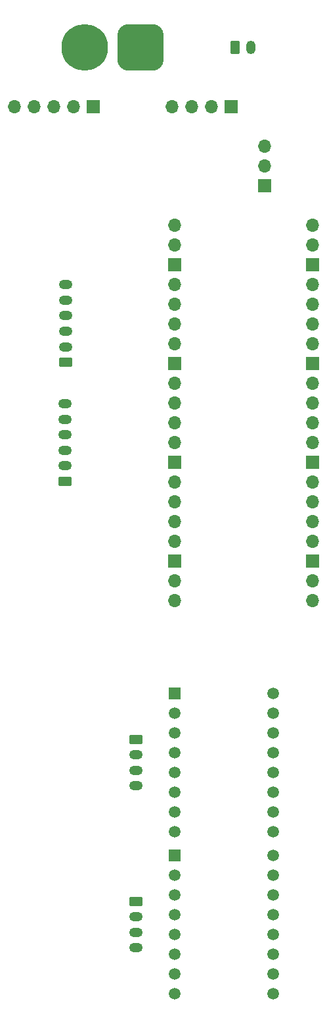
<source format=gbr>
%TF.GenerationSoftware,KiCad,Pcbnew,(6.0.11)*%
%TF.CreationDate,2023-04-04T20:38:18-04:00*%
%TF.ProjectId,ProtogenBackpackPCB,50726f74-6f67-4656-9e42-61636b706163,rev?*%
%TF.SameCoordinates,Original*%
%TF.FileFunction,Soldermask,Bot*%
%TF.FilePolarity,Negative*%
%FSLAX46Y46*%
G04 Gerber Fmt 4.6, Leading zero omitted, Abs format (unit mm)*
G04 Created by KiCad (PCBNEW (6.0.11)) date 2023-04-04 20:38:18*
%MOMM*%
%LPD*%
G01*
G04 APERTURE LIST*
G04 Aperture macros list*
%AMRoundRect*
0 Rectangle with rounded corners*
0 $1 Rounding radius*
0 $2 $3 $4 $5 $6 $7 $8 $9 X,Y pos of 4 corners*
0 Add a 4 corners polygon primitive as box body*
4,1,4,$2,$3,$4,$5,$6,$7,$8,$9,$2,$3,0*
0 Add four circle primitives for the rounded corners*
1,1,$1+$1,$2,$3*
1,1,$1+$1,$4,$5*
1,1,$1+$1,$6,$7*
1,1,$1+$1,$8,$9*
0 Add four rect primitives between the rounded corners*
20,1,$1+$1,$2,$3,$4,$5,0*
20,1,$1+$1,$4,$5,$6,$7,0*
20,1,$1+$1,$6,$7,$8,$9,0*
20,1,$1+$1,$8,$9,$2,$3,0*%
G04 Aperture macros list end*
%ADD10RoundRect,0.250000X-0.350000X-0.625000X0.350000X-0.625000X0.350000X0.625000X-0.350000X0.625000X0*%
%ADD11O,1.200000X1.750000*%
%ADD12RoundRect,0.250000X0.625000X-0.350000X0.625000X0.350000X-0.625000X0.350000X-0.625000X-0.350000X0*%
%ADD13O,1.750000X1.200000*%
%ADD14RoundRect,1.500000X1.500000X1.500000X-1.500000X1.500000X-1.500000X-1.500000X1.500000X-1.500000X0*%
%ADD15C,6.000000*%
%ADD16R,1.700000X1.700000*%
%ADD17O,1.700000X1.700000*%
%ADD18R,1.508000X1.508000*%
%ADD19C,1.508000*%
%ADD20RoundRect,0.250000X-0.625000X0.350000X-0.625000X-0.350000X0.625000X-0.350000X0.625000X0.350000X0*%
G04 APERTURE END LIST*
D10*
%TO.C,SW1*%
X147860000Y-33020000D03*
D11*
X149860000Y-33020000D03*
%TD*%
D12*
%TO.C,J5*%
X125984000Y-73500000D03*
D13*
X125984000Y-71500000D03*
X125984000Y-69500000D03*
X125984000Y-67500000D03*
X125984000Y-65500000D03*
X125984000Y-63500000D03*
%TD*%
D14*
%TO.C,BT1*%
X135680000Y-33020000D03*
D15*
X128480000Y-33020000D03*
%TD*%
D16*
%TO.C,J1*%
X147320000Y-40640000D03*
D17*
X144780000Y-40640000D03*
X142240000Y-40640000D03*
X139700000Y-40640000D03*
%TD*%
D12*
%TO.C,J4*%
X125942000Y-88820000D03*
D13*
X125942000Y-86820000D03*
X125942000Y-84820000D03*
X125942000Y-82820000D03*
X125942000Y-80820000D03*
X125942000Y-78820000D03*
%TD*%
D18*
%TO.C,U3*%
X140079500Y-116078000D03*
D19*
X140079500Y-118618000D03*
X140079500Y-121158000D03*
X140079500Y-123698000D03*
X140079500Y-126238000D03*
X140079500Y-128778000D03*
X140079500Y-131318000D03*
X140079500Y-133858000D03*
X152779500Y-116078000D03*
X152779500Y-118618000D03*
X152779500Y-121158000D03*
X152779500Y-123698000D03*
X152779500Y-126238000D03*
X152779500Y-128778000D03*
X152779500Y-131318000D03*
X152779500Y-133858000D03*
%TD*%
D16*
%TO.C,J3*%
X151613000Y-50785000D03*
D17*
X151613000Y-48245000D03*
X151613000Y-45705000D03*
%TD*%
D20*
%TO.C,M1*%
X135043000Y-142796000D03*
D13*
X135043000Y-144796000D03*
X135043000Y-146796000D03*
X135043000Y-148796000D03*
%TD*%
D16*
%TO.C,J2*%
X129540000Y-40640000D03*
D17*
X127000000Y-40640000D03*
X124460000Y-40640000D03*
X121920000Y-40640000D03*
X119380000Y-40640000D03*
%TD*%
%TO.C,U1*%
X140081000Y-55880000D03*
X140081000Y-58420000D03*
D16*
X140081000Y-60960000D03*
D17*
X140081000Y-63500000D03*
X140081000Y-66040000D03*
X140081000Y-68580000D03*
X140081000Y-71120000D03*
D16*
X140081000Y-73660000D03*
D17*
X140081000Y-76200000D03*
X140081000Y-78740000D03*
X140081000Y-81280000D03*
X140081000Y-83820000D03*
D16*
X140081000Y-86360000D03*
D17*
X140081000Y-88900000D03*
X140081000Y-91440000D03*
X140081000Y-93980000D03*
X140081000Y-96520000D03*
D16*
X140081000Y-99060000D03*
D17*
X140081000Y-101600000D03*
X140081000Y-104140000D03*
X157861000Y-104140000D03*
X157861000Y-101600000D03*
D16*
X157861000Y-99060000D03*
D17*
X157861000Y-96520000D03*
X157861000Y-93980000D03*
X157861000Y-91440000D03*
X157861000Y-88900000D03*
D16*
X157861000Y-86360000D03*
D17*
X157861000Y-83820000D03*
X157861000Y-81280000D03*
X157861000Y-78740000D03*
X157861000Y-76200000D03*
D16*
X157861000Y-73660000D03*
D17*
X157861000Y-71120000D03*
X157861000Y-68580000D03*
X157861000Y-66040000D03*
X157861000Y-63500000D03*
D16*
X157861000Y-60960000D03*
D17*
X157861000Y-58420000D03*
X157861000Y-55880000D03*
%TD*%
D20*
%TO.C,M2*%
X135043000Y-121968000D03*
D13*
X135043000Y-123968000D03*
X135043000Y-125968000D03*
X135043000Y-127968000D03*
%TD*%
D18*
%TO.C,U2*%
X140081000Y-136906000D03*
D19*
X140081000Y-139446000D03*
X140081000Y-141986000D03*
X140081000Y-144526000D03*
X140081000Y-147066000D03*
X140081000Y-149606000D03*
X140081000Y-152146000D03*
X140081000Y-154686000D03*
X152781000Y-136906000D03*
X152781000Y-139446000D03*
X152781000Y-141986000D03*
X152781000Y-144526000D03*
X152781000Y-147066000D03*
X152781000Y-149606000D03*
X152781000Y-152146000D03*
X152781000Y-154686000D03*
%TD*%
M02*

</source>
